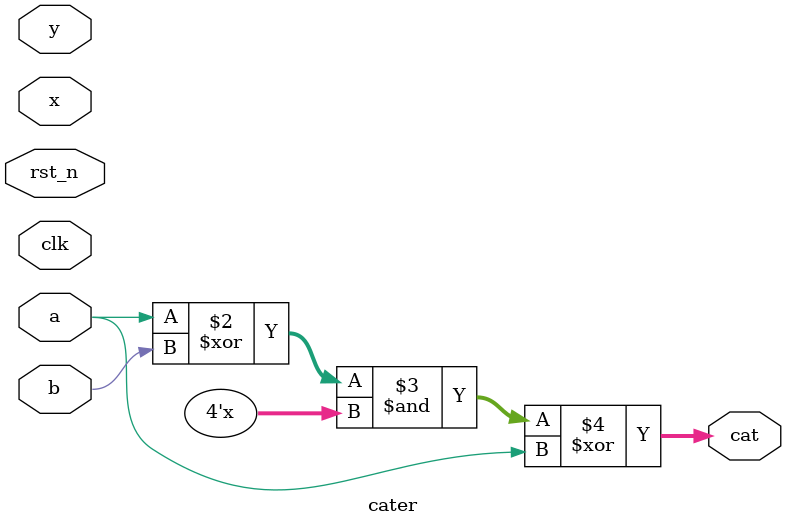
<source format=v>
module cater 
#(
    parameter WIDTH = 8)
(
    input [WIDTH-1:0] x,
    input [WIDTH-1:0] y,
    output reg [3:0] cat,
    input clk,
    input rst_n,
    input a,
    input b
);



always @(*) begin : combo_logic
    cat <= {
        x[3:2],
        y[2]};
    cat <= (a ^ b) & cat ^ a;
end

endmodule



</source>
